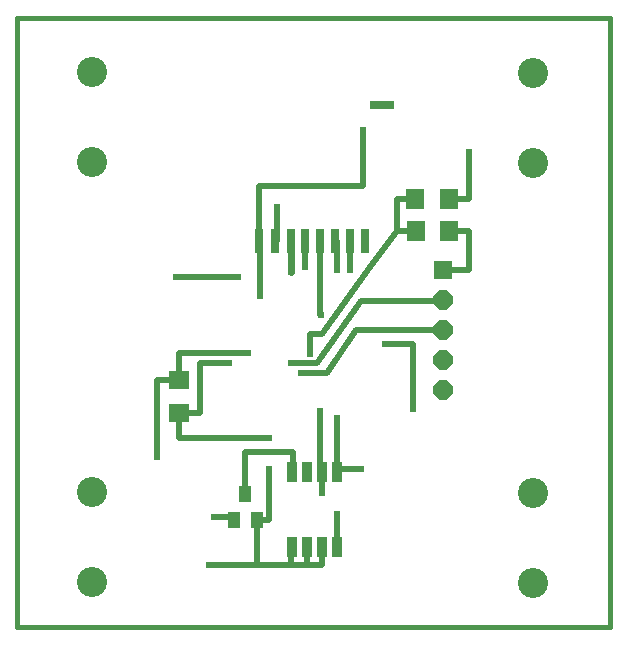
<source format=gbr>
G75*
G70*
%OFA0B0*%
%FSLAX24Y24*%
%IPPOS*%
%LPD*%
%AMOC8*
5,1,8,0,0,1.08239X$1,22.5*
%
%ADD10C,0.0000*%
%ADD11C,0.0160*%
%ADD12R,0.0630X0.0709*%
%ADD13R,0.0709X0.0630*%
%ADD14R,0.0630X0.0710*%
%ADD15R,0.0640X0.0640*%
%ADD16OC8,0.0640*%
%ADD17C,0.1005*%
%ADD18R,0.0320X0.0660*%
%ADD19R,0.0394X0.0551*%
%ADD20R,0.0256X0.0787*%
%ADD21R,0.0787X0.0256*%
%ADD22C,0.0200*%
%ADD23C,0.0238*%
%ADD24C,0.0240*%
D10*
X000180Y000140D02*
X000180Y020500D01*
X000180Y020510D01*
X019922Y020510D01*
X019922Y000140D01*
X000180Y000140D01*
D11*
X000180Y000180D02*
X019940Y000180D01*
X019940Y020500D01*
X000180Y020500D01*
X000180Y000180D01*
D12*
X013464Y013390D03*
X014567Y013390D03*
D13*
X005560Y008421D03*
X005560Y007319D03*
D14*
X013450Y014440D03*
X014570Y014440D03*
D15*
X014369Y012081D03*
D16*
X014369Y011081D03*
X014369Y010081D03*
X014369Y009081D03*
X014369Y008081D03*
D17*
X017369Y004640D03*
X017369Y001640D03*
X017369Y015640D03*
X017369Y018640D03*
X002680Y018690D03*
X002680Y015690D03*
X002680Y004690D03*
X002680Y001690D03*
D18*
X009327Y002850D03*
X009827Y002850D03*
X010327Y002850D03*
X010827Y002850D03*
X010827Y005350D03*
X010327Y005350D03*
X009827Y005350D03*
X009327Y005350D03*
D19*
X008154Y003747D03*
X007406Y003747D03*
X007780Y004613D03*
D20*
X008246Y013060D03*
X008777Y013060D03*
X009289Y013060D03*
X009781Y013060D03*
X010273Y013060D03*
X010785Y013060D03*
X011277Y013060D03*
X011769Y013060D03*
D21*
X012324Y017584D03*
D22*
X011700Y016740D02*
X011700Y014900D01*
X008246Y014900D01*
X008246Y013060D01*
X008260Y013060D01*
X008260Y011220D01*
X007540Y011860D02*
X005460Y011860D01*
X005560Y009318D02*
X007860Y009318D01*
X007220Y008980D02*
X006260Y008980D01*
X006260Y007319D01*
X005560Y007319D01*
X005560Y006500D01*
X008580Y006500D01*
X007780Y006020D02*
X009380Y006020D01*
X009380Y005350D01*
X009327Y005350D01*
X008580Y005460D02*
X008580Y003747D01*
X008154Y003747D01*
X008154Y002420D01*
X008154Y002260D01*
X006580Y002260D01*
X008154Y002260D02*
X009300Y002260D01*
X009827Y002260D01*
X010327Y002260D01*
X010327Y002850D01*
X010820Y002850D02*
X010827Y002850D01*
X010820Y002850D02*
X010820Y003940D01*
X010340Y004660D02*
X010327Y004727D01*
X010327Y005350D01*
X010340Y005300D02*
X010260Y005300D01*
X010260Y007380D01*
X010820Y007140D02*
X010827Y007133D01*
X010827Y005350D01*
X010820Y005460D02*
X011620Y005460D01*
X013380Y007460D02*
X013380Y009620D01*
X012420Y009620D01*
X011460Y010100D02*
X010500Y008660D01*
X009620Y008660D01*
X009300Y008980D02*
X010180Y008980D01*
X011620Y011060D01*
X014340Y011060D01*
X014369Y010100D02*
X011460Y010100D01*
X010340Y009940D02*
X011940Y012180D01*
X012820Y013380D01*
X013464Y013380D01*
X013464Y013390D01*
X012820Y013380D02*
X012820Y014440D01*
X013450Y014440D01*
X014570Y014440D02*
X014820Y014440D01*
X015220Y014440D01*
X015220Y016020D01*
X015220Y013380D02*
X014567Y013380D01*
X014567Y013390D01*
X015220Y013380D02*
X015220Y012081D01*
X014369Y012081D01*
X014369Y010100D02*
X014369Y010081D01*
X011260Y012100D02*
X011277Y013060D01*
X010820Y013060D02*
X010820Y012100D01*
X009780Y012180D02*
X009781Y013060D01*
X010273Y013060D02*
X010273Y010580D01*
X010300Y010580D01*
X010340Y009940D02*
X009940Y009940D01*
X009940Y009300D01*
X007780Y006020D02*
X007780Y004613D01*
X007380Y003860D02*
X007380Y003780D01*
X007380Y003860D02*
X006740Y003860D01*
X008154Y002420D02*
X008154Y002260D01*
X009300Y002260D02*
X009300Y002900D01*
X009827Y002850D02*
X009827Y002260D01*
X004820Y005860D02*
X004820Y008421D01*
X005560Y008421D01*
X005560Y009318D01*
X008777Y013060D02*
X008820Y013060D01*
X008820Y014180D01*
D23*
X008820Y014180D03*
X009300Y012020D03*
X009780Y012180D03*
X010820Y012100D03*
X011260Y012100D03*
X010300Y010580D03*
X009940Y009300D03*
X009620Y008660D03*
X009300Y008980D03*
X007860Y009318D03*
X007220Y008980D03*
X008260Y011220D03*
X007540Y011860D03*
X005460Y011860D03*
X010260Y007380D03*
X010820Y007140D03*
X011620Y005460D03*
X010340Y004660D03*
X010820Y003940D03*
X008580Y005460D03*
X008580Y006500D03*
X006740Y003860D03*
X006580Y002260D03*
X004820Y005860D03*
X012420Y009620D03*
X013380Y007460D03*
X015220Y016020D03*
X011700Y016740D03*
D24*
X009300Y013060D02*
X009300Y012020D01*
M02*

</source>
